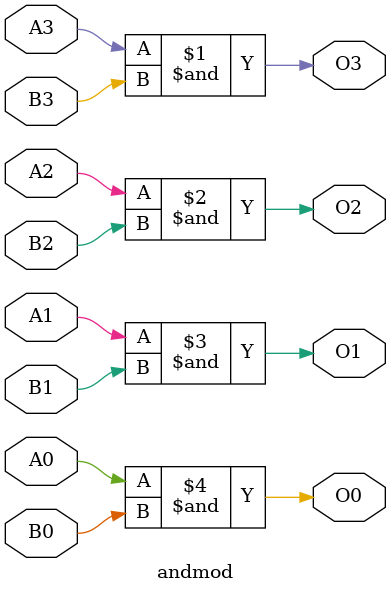
<source format=v>
module andmod(O3,O2,O1,O0,A0,A1,A2,A3,B0,B1,B2,B3);
    input A0,A1,A2,A3,B0,B1,B2,B3;
    output O3,O2,O1,O0;
    and G1(O3,A3,B3);
    and G2(O2,A2,B2);
    and G3(O1,A1,B1);
    and G4(O0,A0,B0);
endmodule

</source>
